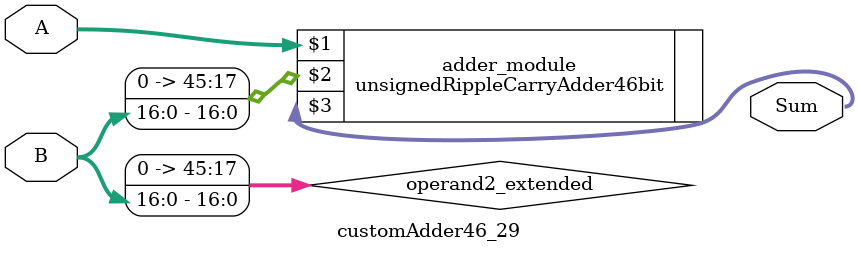
<source format=v>
module customAdder46_29(
                        input [45 : 0] A,
                        input [16 : 0] B,
                        
                        output [46 : 0] Sum
                );

        wire [45 : 0] operand2_extended;
        
        assign operand2_extended =  {29'b0, B};
        
        unsignedRippleCarryAdder46bit adder_module(
            A,
            operand2_extended,
            Sum
        );
        
        endmodule
        
</source>
